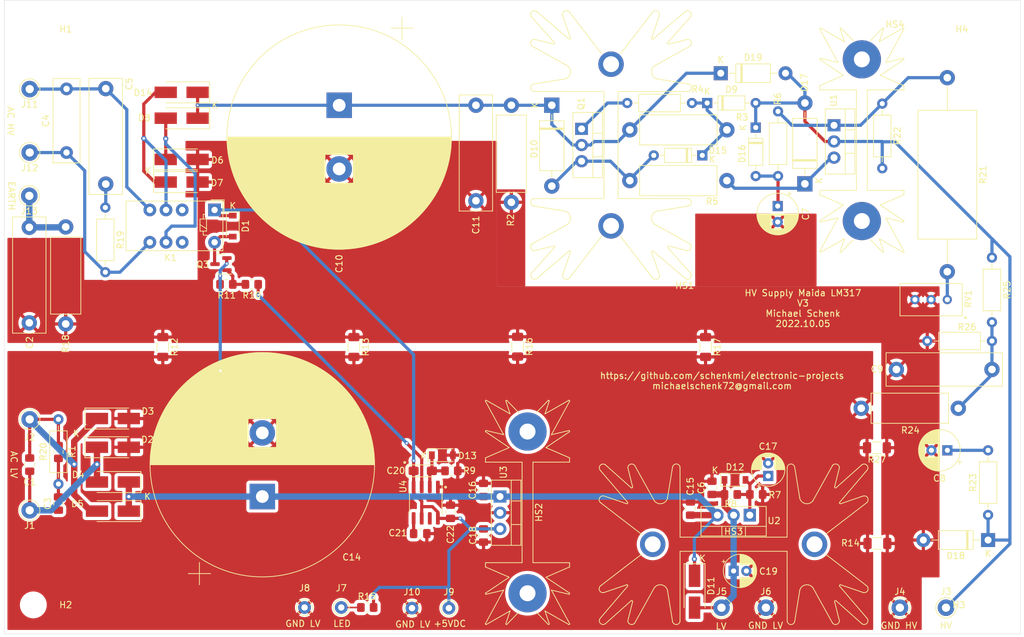
<source format=kicad_pcb>
(kicad_pcb (version 20211014) (generator pcbnew)
  (layers (0 "F.Cu" signal) (31 "B.Cu" signal) (34 "B.Paste" user) (35 "F.Paste" user) (36 "B.SilkS" user "B.Silkscreen") (37 "F.SilkS" user "F.Silkscreen") (38 "B.Mask" user) (39 "F.Mask" user) (44 "Edge.Cuts" user))
  (net 0 "")
  (net 1 "Net-(C1-Pad2)")
  (net 2 "GND_HV")
  (net 3 "Net-(C2-Pad1)")
  (net 4 "Net-(C3-Pad2)")
  (net 5 "Net-(C7-Pad1)")
  (net 6 "Net-(C10-Pad1)")
  (net 7 "GND_LV")
  (net 8 "Net-(C4-Pad1)")
  (net 9 "Net-(C14-Pad1)")
  (net 10 "Net-(C17-Pad1)")
  (net 11 "Net-(C19-Pad1)")
  (net 12 "Net-(C20-Pad2)")
  (net 13 "Net-(D14-Pad2)")
  (net 14 "Net-(Q3-Pad1)")
  (net 15 "Net-(R10-Pad2)")
  (net 16 "Net-(J7-Pad1)")
  (net 17 "Net-(C21-Pad1)")
  (net 19 "Net-(C1-Pad1)")
  (net 20 "Net-(C4-Pad2)")
  (net 21 "Net-(C5-Pad1)")
  (net 22 "+5VDC")
  (net 23 "RELCTRL")
  (net 24 "Net-(D6-Pad1)")
  (net 26 "Net-(C8-Pad1)")
  (net 27 "Net-(C9-Pad2)")
  (net 28 "Net-(D16-Pad1)")
  (net 29 "Net-(D15-Pad1)")
  (net 30 "Net-(D10-Pad2)")
  (net 31 "Net-(D17-Pad1)")
  (net 33 "Net-(Q1-Pad1)")
  (net 34 "Net-(R21-Pad1)")
  (net 35 "Net-(R21-Pad2)")
  (footprint "Capacitor_THT:CP_Radial_D35.0mm_P10.00mm_SnapIn" (layer "F.Cu") (at 102.87 69.342 -90)
    (fp_text reference "C10")
    (fp_text value "680uF/450VDC")
  )
  (footprint "Capacitor_THT:C_Rect_L18.0mm_W5.0mm_P15.00mm_FKS3_FKP3" (layer "F.Cu") (at 124.333 69.342 -90)
    (fp_text reference "C11")
    (fp_text value "100nF/630V")
  )
  (footprint "MountingHole:MountingHole_3.2mm_M3" (layer "F.Cu") (at 54.864 57.404)
    (fp_text reference "H1")
    (fp_text value "MountingHole")
  )
  (footprint "MountingHole:MountingHole_3.2mm_M3" (layer "F.Cu") (at 54.864 147.828)
    (fp_text reference "H2")
    (fp_text value "MountingHole")
  )
  (footprint "MountingHole:MountingHole_3.2mm_M3" (layer "F.Cu") (at 205.232 147.828)
    (fp_text reference "H3")
    (fp_text value "MountingHole")
  )
  (footprint "Connector_Pin:Pin_D1.3mm_L11.0mm" (layer "F.Cu") (at 198.12 148.2725)
    (fp_text reference "J3")
    (fp_text value "HV")
  )
  (footprint "Capacitor_THT:CP_Radial_D5.0mm_P2.00mm" (layer "F.Cu") (at 164.7825 142.494)
    (fp_text reference "C19")
    (fp_text value "1uF/25V")
  )
  (footprint "Capacitor_Tantalum_SMD:CP_EIA-3216-12_Kemet-S_Pad1.58x1.35mm_HandSolder" (layer "F.Cu") (at 115.9867 126.7714)
    (fp_text reference "C20")
    (fp_text value "15uF/10V")
  )
  (footprint "Diode_SMD:D_SOD-123" (layer "F.Cu") (at 119.0752 124.3076)
    (fp_text reference "D13")
    (fp_text value "1N4148W")
  )
  (footprint "Heatsink:Heatsink_Fischer_SK129-STS_42x25mm_2xDrill2.5mm" (layer "F.Cu") (at 164.7825 138.303)
    (fp_text reference "HS3")
    (fp_text value "Heatsink")
  )
  (footprint "Connector_Pin:Pin_D1.3mm_L11.0mm" (layer "F.Cu") (at 162.8775 148.2725)
    (fp_text reference "J5")
    (fp_text value "LV")
  )
  (footprint "Connector_Pin:Pin_D1.3mm_L11.0mm" (layer "F.Cu") (at 169.8498 148.2725)
    (fp_text reference "J6")
    (fp_text value "GND_LV")
  )
  (footprint "Package_TO_SOT_SMD:SOT-23" (layer "F.Cu") (at 84.312 94.2975 180)
    (fp_text reference "Q3")
    (fp_text value "MMBT3904")
  )
  (footprint "Resistor_SMD:R_0805_2012Metric_Pad1.20x1.40mm_HandSolder" (layer "F.Cu") (at 120.4816 126.7714)
    (fp_text reference "R9")
    (fp_text value "1Meg")
  )
  (footprint "Resistor_SMD:R_0805_2012Metric_Pad1.20x1.40mm_HandSolder" (layer "F.Cu") (at 89.154 97.4725)
    (fp_text reference "R10")
    (fp_text value "2.49k")
  )
  (footprint "Resistor_SMD:R_0805_2012Metric_Pad1.20x1.40mm_HandSolder" (layer "F.Cu") (at 85.1695 97.4725 180)
    (fp_text reference "R11")
    (fp_text value "2.49k")
  )
  (footprint "Resistor_SMD:R_1206_3216Metric_Pad1.30x1.75mm_HandSolder" (layer "F.Cu") (at 75.184 107.3144 -90)
    (fp_text reference "R12")
    (fp_text value "0R")
  )
  (footprint "Resistor_SMD:R_1206_3216Metric_Pad1.30x1.75mm_HandSolder" (layer "F.Cu") (at 105.1814 107.3144 -90)
    (fp_text reference "R13")
    (fp_text value "0R")
  )
  (footprint "Resistor_SMD:R_1206_3216Metric_Pad1.30x1.75mm_HandSolder" (layer "F.Cu") (at 187.351 138.176 180)
    (fp_text reference "R14")
    (fp_text value "0R")
  )
  (footprint "Package_TO_SOT_THT:TO-220-3_Vertical" (layer "F.Cu") (at 128.117037 130.81 -90)
    (fp_text reference "U3")
    (fp_text value "LM7805_TO220")
  )
  (footprint "Package_SO:SOIC-8_3.9x4.9mm_P1.27mm" (layer "F.Cu") (at 116.459 131.764 -90)
    (fp_text reference "U4")
    (fp_text value "TLC555xD")
  )
  (footprint "Resistor_SMD:R_1206_3216Metric_Pad1.30x1.75mm_HandSolder" (layer "F.Cu") (at 130.8735 107.2636 -90)
    (fp_text reference "R16")
    (fp_text value "0R")
  )
  (footprint "Resistor_SMD:R_1206_3216Metric_Pad1.30x1.75mm_HandSolder" (layer "F.Cu") (at 160.3756 107.3156 -90)
    (fp_text reference "R17")
    (fp_text value "0R")
  )
  (footprint "Connector_Pin:Pin_D1.3mm_L11.0mm" (layer "F.Cu") (at 190.881 148.2725)
    (fp_text reference "J4")
    (fp_text value "GND_HV")
  )
  (footprint "Connector_Pin:Pin_D1.0mm_L10.0mm" (layer "F.Cu") (at 103.195556 148.2344)
    (fp_text reference "J7")
    (fp_text value "LED")
  )
  (footprint "Connector_Pin:Pin_D1.0mm_L10.0mm" (layer "F.Cu") (at 97.4344 148.2344)
    (fp_text reference "J8")
    (fp_text value "GND_LV")
  )
  (footprint "Connector_Pin:Pin_D1.0mm_L10.0mm" (layer "F.Cu") (at 120.0912 148.336)
    (fp_text reference "J9")
    (fp_text value "+5V")
  )
  (footprint "Connector_Pin:Pin_D1.0mm_L10.0mm" (layer "F.Cu") (at 114.300353 148.336)
    (fp_text reference "J10")
    (fp_text value "GND_LV")
  )
  (footprint "Resistor_SMD:R_0805_2012Metric_Pad1.20x1.40mm_HandSolder" (layer "F.Cu") (at 107.275556 148.2344)
    (fp_text reference "R15")
    (fp_text value "330R")
  )
  (footprint "Capacitor_SMD:C_0805_2012Metric_Pad1.18x1.45mm_HandSolder" (layer "F.Cu") (at 125.526237 129.7725 90)
    (fp_text reference "C16")
    (fp_text value "330nF/50V")
  )
  (footprint "Capacitor_SMD:C_0805_2012Metric_Pad1.18x1.45mm_HandSolder" (layer "F.Cu") (at 125.526237 136.9275 -90)
    (fp_text reference "C18")
    (fp_text value "100nF/50V")
  )
  (footprint "Capacitor_SMD:C_0805_2012Metric_Pad1.18x1.45mm_HandSolder" (layer "F.Cu") (at 115.5915 136.6266)
    (fp_text reference "C21")
    (fp_text value "100nF/50V")
  )
  (footprint "Capacitor_SMD:C_0805_2012Metric_Pad1.18x1.45mm_HandSolder" (layer "F.Cu") (at 120.3452 133.2015 90)
    (fp_text reference "C22")
    (fp_text value "100nF/50V")
  )
  (footprint "MountingHole:MountingHole_3.2mm_M3" (layer "F.Cu") (at 205.232 57.404)
    (fp_text reference "H4")
    (fp_text value "MountingHole")
  )
  (footprint "Capacitor_THT:CP_Radial_D5.0mm_P2.00mm" (layer "F.Cu") (at 170.2054 127.5842 90)
    (fp_text reference "C17")
    (fp_text value "10uF/25V")
  )
  (footprint "Diode_SMD:D_SOD-123" (layer "F.Cu") (at 164.9974 128.1938)
    (fp_text reference "D12")
    (fp_text value "1N4148W")
  )
  (footprint "Diode_SMD:D_SMA_Handsoldering" (layer "F.Cu") (at 158.6484 145.7598 -90)
    (fp_text reference "D11")
    (fp_text value "1N4007")
  )
  (footprint "Package_TO_SOT_THT:TO-220-3_Vertical" (layer "F.Cu") (at 167.3225 133.731 180)
    (fp_text reference "U2")
    (fp_text value "LM317_TO-220")
  )
  (footprint "Resistor_SMD:R_0805_2012Metric_Pad1.20x1.40mm_HandSolder" (layer "F.Cu") (at 164.354 130.4798)
    (fp_text reference "R8")
    (fp_text value "240R")
  )
  (footprint "Resistor_SMD:R_0805_2012Metric_Pad1.20x1.40mm_HandSolder" (layer "F.Cu") (at 168.3352 130.4798)
    (fp_text reference "R7")
    (fp_text value "976R")
  )
  (footprint "Capacitor_SMD:C_0805_2012Metric_Pad1.18x1.45mm_HandSolder" (layer "F.Cu") (at 158.0134 132.6935 90)
    (fp_text reference "C15")
    (fp_text value "100nF/50V")
  )
  (footprint "Package_TO_SOT_THT:TO-220-3_Vertical" (layer "F.Cu") (at 140.9192 73.0504 -90)
    (fp_text reference "Q1")
    (fp_text value "FQPF2N70")
  )
  (footprint "Capacitor_THT:CP_Radial_D35.0mm_P10.00mm_SnapIn" (layer "F.Cu") (at 90.805 130.81 90)
    (fp_text reference "C14")
    (fp_text value "22000uF/25VDC")
  )
  (footprint "Capacitor_SMD:C_0805_2012Metric_Pad1.18x1.45mm_HandSolder" (layer "F.Cu") (at 54.2925 125.7935 90)
    (fp_text reference "C1")
    (fp_text value "Cx/10nF/50V")
  )
  (footprint "Capacitor_THT:C_Rect_L18.0mm_W5.0mm_P15.00mm_FKS3_FKP3" (layer "F.Cu") (at 54.229 88.519 -90)
    (fp_text reference "C2")
    (fp_text value "2.2nF 2kV")
  )
  (footprint "Capacitor_SMD:C_0805_2012Metric_Pad1.18x1.45mm_HandSolder" (layer "F.Cu") (at 58.801 131.911 90)
    (fp_text reference "C3")
    (fp_text value "Cs/50V")
  )
  (footprint "Capacitor_THT:C_Rect_L13.0mm_W4.0mm_P10.00mm_FKS3_FKP3_MKS4" (layer "F.Cu") (at 60.071 76.7715 90)
    (fp_text reference "C4")
    (fp_text value "Cx/10nF/630V")
  )
  (footprint "Capacitor_THT:C_Rect_L18.0mm_W5.0mm_P15.00mm_FKS3_FKP3" (layer "F.Cu") (at 66.2305 81.7245 90)
    (fp_text reference "C5")
    (fp_text value "Cs/630V")
  )
  (footprint "Capacitor_SMD:C_0805_2012Metric_Pad1.18x1.45mm_HandSolder" (layer "F.Cu") (at 161.3916 129.4423 90)
    (fp_text reference "C6")
    (fp_text value "100nF/50V")
  )
  (footprint "Diode_SMD:D_SOD-123" (layer "F.Cu") (at 86.1695 88.3275 -90)
    (fp_text reference "D1")
    (fp_text value "1N4148W")
  )
  (footprint "Diode_SMD:D_SMA_Handsoldering" (layer "F.Cu") (at 67.35 123.063)
    (fp_text reference "D2")
    (fp_text value "BYG22B-E3")
  )
  (footprint "Diode_SMD:D_SMA_Handsoldering" (layer "F.Cu") (at 67.35 118.5545)
    (fp_text reference "D3")
    (fp_text value "BYG22B-E3")
  )
  (footprint "Diode_SMD:D_SMA_Handsoldering" (layer "F.Cu") (at 67.35 128.524 180)
    (fp_text reference "D4")
    (fp_text value "BYG22B-E3")
  )
  (footprint "Diode_SMD:D_SMA_Handsoldering" (layer "F.Cu") (at 67.35 133.096 180)
    (fp_text reference "D5")
    (fp_text value "BYG22B-E3")
  )
  (footprint "Diode_SMD:D_SMA_Handsoldering" (layer "F.Cu") (at 78.145 77.851)
    (fp_text reference "D6")
    (fp_text value "BYG20J")
  )
  (footprint "Diode_SMD:D_SMA_Handsoldering" (layer "F.Cu") (at 78.145 81.407)
    (fp_text reference "D7")
    (fp_text value "BYG20J")
  )
  (footprint "Diode_SMD:D_SMA_Handsoldering" (layer "F.Cu") (at 78.145 71.374 180)
    (fp_text reference "D8")
    (fp_text value "BYG20J")
  )
  (footprint "Diode_SMD:D_SMA_Handsoldering" (layer "F.Cu") (at 78.145 67.31 180)
    (fp_text reference "D14")
    (fp_text value "BYG20J")
  )
  (footprint "Heatsink:Heatsink_Fischer_SK129-STS_42x25mm_2xDrill2.5mm" (layer "F.Cu") (at 145.542 75.5904 -90)
    (fp_text reference "HS1")
    (fp_text value "Heatsink")
  )
  (footprint "Connector_Pin:Pin_D1.3mm_L11.0mm" (layer "F.Cu") (at 54.2925 132.969)
    (fp_text reference "J1")
    (fp_text value "AC-LV")
  )
  (footprint "Connector_Pin:Pin_D1.3mm_L11.0mm" (layer "F.Cu") (at 54.2925 118.6815)
    (fp_text reference "J2")
    (fp_text value "AC-LV")
  )
  (footprint "Connector_Pin:Pin_D1.3mm_L11.0mm" (layer "F.Cu") (at 54.2925 66.802)
    (fp_text reference "J11")
    (fp_text value "AC-HV")
  )
  (footprint "Connector_Pin:Pin_D1.3mm_L11.0mm" (layer "F.Cu") (at 54.2925 76.7715)
    (fp_text reference "J12")
    (fp_text value "AC-HV")
  )
  (footprint "Connector_Pin:Pin_D1.3mm_L11.0mm" (layer "F.Cu") (at 54.229 83.566)
    (fp_text reference "J13")
    (fp_text value "EARTH")
  )
  (footprint "Relay_THT:Relay_DPDT_Omron_G6S-2" (layer "F.Cu") (at 83.312 85.7885 -90)
    (fp_text reference "K1")
    (fp_text value "G6S-2 DC5")
  )
  (footprint "Resistor_SMD:R_0805_2012Metric_Pad1.20x1.40mm_HandSolder" (layer "F.Cu") (at 58.801 123.809 90)
    (fp_text reference "R1")
    (fp_text value "Rs/1/8W")
  )
  (footprint "Resistor_THT:R_Axial_DIN0414_L11.9mm_D4.5mm_P15.24mm_Horizontal" (layer "F.Cu") (at 59.944 88.4555 -90)
    (fp_text reference "R18")
    (fp_text value "100R/2W")
  )
  (footprint "Resistor_THT:R_Axial_DIN0207_L6.3mm_D2.5mm_P10.16mm_Horizontal" (layer "F.Cu") (at 66.167 85.4075 -90)
    (fp_text reference "R19")
    (fp_text value "Rs/0.6W")
  )
  (footprint "Resistor_THT:R_Axial_DIN0207_L6.3mm_D2.5mm_P10.16mm_Horizontal" (layer "F.Cu") (at 58.801 128.8415 90)
    (fp_text reference "R20")
    (fp_text value "Rs/0.6W")
  )
  (footprint "Resistor_THT:R_Axial_DIN0922_L20.0mm_D9.0mm_P30.48mm_Horizontal" (layer "F.Cu") (at 198.3232 65.009352 -90)
    (fp_text reference "R21")
    (fp_text value "18k/5W")
  )
  (footprint "Resistor_THT:R_Axial_DIN0207_L6.3mm_D2.5mm_P10.16mm_Horizontal" (layer "F.Cu") (at 188.1124 69.088 -90)
    (fp_text reference "R22")
    (fp_text value "121R/0.6W")
  )
  (footprint "Package_TO_SOT_THT:TO-220-3_Vertical" (layer "F.Cu") (at 180.5432 72.4916 -90)
    (fp_text reference "U1")
    (fp_text value "LM317_TO-220")
  )
  (footprint "Heatsink:Heatsink_Fischer_SK104-STC-STIC_35x13mm_2xDrill2.5mm" (layer "F.Cu") (at 132.435037 133.2992 90)
    (fp_text reference "HS2")
    (fp_text value "Heatsink")
  )
  (footprint "Diode_THT:D_DO-41_SOD81_P10.16mm_Horizontal" (layer "F.Cu") (at 204.724 137.6426 180)
    (fp_text reference "D18")
    (fp_text value "1N4007")
  )
  (footprint "Resistor_THT:R_Axial_DIN0414_L11.9mm_D4.5mm_P15.24mm_Horizontal" (layer "F.Cu") (at 129.8956 69.342 -90)
    (fp_text reference "R2")
    (fp_text value "200k/2W")
  )
  (footprint "Capacitor_THT:C_Rect_L18.0mm_W5.0mm_P15.00mm_FKS3_FKP3" (layer "F.Cu") (at 190.3336 110.8456)
    (fp_text reference "C9")
    (fp_text value "100nF/630V")
  )
  (footprint "Diode_THT:D_DO-35_SOD27_P7.62mm_Horizontal" (layer "F.Cu") (at 168.2496 72.8472 -90)
    (fp_text reference "D16")
    (fp_text value "1N4148")
  )
  (footprint "Resistor_THT:R_Axial_DIN0414_L11.9mm_D4.5mm_P15.24mm_Horizontal" (layer "F.Cu") (at 148.4884 73.2028)
    (fp_text reference "R3")
    (fp_text value "100k/2W")
  )
  (footprint "Resistor_THT:R_Axial_DIN0414_L11.9mm_D4.5mm_P15.24mm_Horizontal" (layer "F.Cu") (at 148.4884 81.1784)
    (fp_text reference "R5")
    (fp_text value "100R/2W")
  )
  (footprint "Potentiometer_THT:Potentiometer_Bourns_3296W_Vertical" (layer "F.Cu") (at 198.3232 99.8728)
    (fp_text reference "RV1")
    (fp_text value "2k")
  )
  (footprint "Resistor_THT:R_Axial_DIN0207_L6.3mm_D2.5mm_P10.16mm_Horizontal" (layer "F.Cu") (at 148.082 68.9864)
    (fp_text reference "R4")
    (fp_text value "100R/0.6W")
  )
  (footprint "Capacitor_THT:CP_Radial_D6.3mm_P2.50mm" (layer "F.Cu") (at 198.334 123.5456 180)
    (fp_text reference "C8")
    (fp_text value "1uF/400V")
  )
  (footprint "Diode_THT:D_DO-35_SOD27_P7.62mm_Horizontal" (layer "F.Cu") (at 159.8676 77.216 180)
    (fp_text reference "D15")
    (fp_text value "1N5245B/15V/0.5W")
  )
  (footprint "Diode_THT:D_DO-15_P12.70mm_Horizontal" (layer "F.Cu") (at 175.9712 81.6864 90)
    (fp_text reference "D17")
    (fp_text value "P6KE27A")
  )
  (footprint "Diode_THT:D_DO-35_SOD27_P7.62mm_Horizontal" (layer "F.Cu") (at 160.6296 68.9864)
    (fp_text reference "D9")
    (fp_text value "1N5245B/15V/0.5W")
  )
  (footprint "Resistor_THT:R_Axial_DIN0207_L6.3mm_D2.5mm_P10.16mm_Horizontal" (layer "F.Cu") (at 204.724 133.7056 90)
    (fp_text reference "R23")
    (fp_text value "2.7R/1W")
  )
  (footprint "Resistor_THT:R_Axial_DIN0207_L6.3mm_D2.5mm_P10.16mm_Horizontal" (layer "F.Cu") (at 205.3336 106.3752 180)
    (fp_text reference "R26")
    (fp_text value "100k/0.6W")
  )
  (footprint "Diode_THT:D_DO-15_P12.70mm_Horizontal" (layer "F.Cu") (at 136.2456 69.342 -90)
    (fp_text reference "D10")
    (fp_text value "P6KE530A")
  )
  (footprint "Diode_THT:D_DO-41_SOD81_P10.16mm_Horizontal" (layer "F.Cu") (at 162.7632 64.3128)
    (fp_text reference "D19")
    (fp_text value "1N4007")
  )
  (footprint "Resistor_THT:R_Axial_DIN0207_L6.3mm_D2.5mm_P10.16mm_Horizontal" (layer "F.Cu") (at 171.7548 80.4672 90)
    (fp_text reference "R6")
    (fp_text value "121R/0.6W")
  )
  (footprint "Capacitor_THT:CP_Radial_D6.3mm_P2.50mm" (layer "F.Cu") (at 171.704 85.177621 -90)
    (fp_text reference "C7")
    (fp_text value "1uF/400V")
  )
  (footprint "Resistor_SMD:R_1206_3216Metric_Pad1.30x1.75mm_HandSolder" (layer "F.Cu") (at 187.2736 123.1392 180)
    (fp_text reference "R27")
    (fp_text value "0R")
  )
  (footprint "Resistor_THT:R_Axial_DIN0414_L11.9mm_D4.5mm_P15.24mm_Horizontal" (layer "F.Cu") (at 184.8104 116.9416)
    (fp_text reference "R24")
    (fp_text value "100R/2W")
  )
  (footprint "Heatsink:Heatsink_Fischer_SK104-STC-STIC_35x13mm_2xDrill2.5mm" (layer "F.Cu") (at 184.912 74.8284 -90)
    (fp_text reference "HS4")
    (fp_text value "Heatsink")
  )
  (footprint "Resistor_THT:R_Axial_DIN0207_L6.3mm_D2.5mm_P10.16mm_Horizontal" (layer "F.Cu") (at 205.3336 93.2688 -90)
    (fp_text reference "R25")
    (fp_text value "300k/0.6W")
  )
  (gr_line (start 50.292 52.832) (end 50.292 152.4) (layer "Edge.Cuts") (width 0.05))
  (gr_line (start 209.804 52.832) (end 50.292 52.832) (layer "Edge.Cuts") (width 0.05))
  (gr_line (start 50.292 152.4) (end 209.804 152.4) (layer "Edge.Cuts") (width 0.05))
  (gr_line (start 209.804 152.4) (end 209.804 52.832) (layer "Edge.Cuts") (width 0.05))
  (gr_text "HV" (at 198.12 151.0665) (layer "F.SilkS") (effects (font (size 1 1))))
  (gr_text "LV" (at 162.814 151.1935) (layer "F.SilkS") (effects (font (size 1 1))))
  (gr_text "GND LV" (at 114.427353 150.876) (layer "F.SilkS") (effects (font (size 1 1))))
  (gr_text "GND LV" (at 97.1804 150.7744) (layer "F.SilkS") (effects (font (size 1 1))))
  (gr_text "+5VDC" (at 120.241959 150.7744) (layer "F.SilkS") (effects (font (size 1 1))))
  (gr_text "LED" (at 103.322556 150.7744) (layer "F.SilkS") (effects (font (size 1 1))))
  (gr_text "AC LV" (at 51.816 125.7935 270) (layer "F.SilkS") (effects (font (size 1 1))))
  (gr_text "AC HV" (at 51.308 71.8185 270) (layer "F.SilkS") (effects (font (size 1 1))))
  (gr_text "EARTH" (at 51.435 83.566 -90) (layer "F.SilkS") (effects (font (size 1 1))))
  (gr_text "GND HV" (at 190.754 151.0665) (layer "F.SilkS") (effects (font (size 1 1))))
  (gr_text "K" (at 72.898 79.629) (layer "F.SilkS") (effects (font (size 1 1))))
  (gr_text "K" (at 61.595 120.904) (layer "F.SilkS") (effects (font (size 1 1))))
  (gr_text "K" (at 72.771 130.81) (layer "F.SilkS") (effects (font (size 1 1))))
  (gr_text "K" (at 116.1415 124.333) (layer "F.SilkS") (effects (font (size 1 1))))
  (gr_text "K" (at 159.893 140.5255) (layer "F.SilkS") (effects (font (size 1 1))))
  (gr_text "K" (at 161.8615 126.6825) (layer "F.SilkS") (effects (font (size 1 1))))
  (gr_text "GND LV" (at 169.799 151.0665) (layer "F.SilkS") (effects (font (size 1 1))))
  (gr_text "K" (at 86.1695 85.1535) (layer "F.SilkS") (effects (font (size 1 1))))
  (gr_text "°" (at 113.157 125.857) (layer "F.SilkS") (effects (font (size 1 1))))
  (gr_text "°" (at 201.168 103.124) (layer "F.SilkS") (effects (font (size 1 1))))
  (gr_text "K" (at 83.3755 69.342) (layer "F.SilkS") (effects (font (size 1 1))))
  (gr_text "°" (at 119.5705 129.7305) (layer "F.SilkS") (effects (font (size 1 1))))
  (gr_text "HV Supply Maida LM317\nV3\nMichael Schenk\n2022.10.05\n" (at 175.6664 101.2444) (layer "F.SilkS") (effects (font (size 1 1))))
  (gr_text "https://github.com/schenkmi/electronic-projects\nmichaelschenk72@gmail.com" (at 162.9664 112.6236) (layer "F.SilkS") (effects (font (size 1 1))))
  (segment (start 61.2775 125.73) (end 61.2775 122.127) (width 1) (layer "F.Cu") (net 1))
  (segment (start 58.801 118.6815) (end 54.2925 118.6815) (width 0.5) (layer "F.Cu") (net 1))
  (segment (start 61.2775 130.4925) (end 61.2775 125.73) (width 1) (layer "F.Cu") (net 1))
  (segment (start 63.881 133.096) (end 61.2775 130.4925) (width 1) (layer "F.Cu") (net 1))
  (segment (start 61.2775 122.127) (end 64.85 118.5545) (width 1) (layer "F.Cu") (net 1))
  (segment (start 54.2925 124.756) (end 54.2925 118.6815) (width 0.5) (layer "F.Cu") (net 1))
  (segment (start 58.801 122.809) (end 58.801 118.6815) (width 0.5) (layer "F.Cu") (net 1))
  (via (at 61.2775 125.73) (size 1) (drill 0.5) (layers "F.Cu" "B.Cu") (net 1))
  (segment (start 54.2925 118.745) (end 61.2775 125.73) (width 1) (layer "B.Cu") (net 1))
  (segment (start 54.229 88.519) (end 59.8805 88.519) (width 1) (layer "B.Cu") (net 3))
  (segment (start 54.229 83.566) (end 54.229 88.519) (width 1) (layer "B.Cu") (net 3))
  (segment (start 58.801 128.8415) (end 58.801 124.809) (width 0.5) (layer "F.Cu") (net 4))
  (segment (start 58.801 130.8735) (end 58.801 128.8415) (width 0.5) (layer "F.Cu") (net 4))
  (segment (start 171.7548 80.4672) (end 171.7548 85.126821) (width 0.5) (layer "F.Cu") (net 5))
  (segment (start 168.2496 80.4672) (end 171.7548 80.4672) (width 0.5) (layer "B.Cu") (net 5))
  (segment (start 80.645 67.31) (end 80.645 71.374) (width 0.5) (layer "F.Cu") (net 6))
  (via (at 80.645 69.342) (size 0.6) (drill 0.3) (layers "F.Cu" "B.Cu") (net 6))
  (segment (start 142.875618 75.038982) (end 146.652218 75.038982) (width 0.5) (layer "B.Cu") (net 6))
  (segment (start 102.87 69.342) (end 80.645 69.342) (width 0.5) (layer "B.Cu") (net 6))
  (segment (start 142.3242 75.5904) (end 142.875618 75.038982) (width 0.5) (layer "B.Cu") (net 6))
  (segment (start 136.2456 72.3218) (end 136.2456 69.342) (width 0.5) (layer "B.Cu") (net 6))
  (segment (start 162.7632 64.3128) (end 157.3784 64.3128) (width 0.5) (layer "B.Cu") (net 6))
  (segment (start 102.87 69.342) (end 124.333 69.342) (width 0.5) (layer "B.Cu") (net 6))
  (segment (start 140.9192 75.5904) (end 142.3242 75.5904) (width 0.5) (layer "B.Cu") (net 6))
  (segment (start 146.652218 75.038982) (end 148.4884 73.2028) (width 0.5) (layer "B.Cu") (net 6))
  (segment (start 139.5142 75.5904) (end 136.2456 72.3218) (width 0.5) (layer "B.Cu") (net 6))
  (segment (start 124.333 69.342) (end 129.8956 69.342) (width 0.5) (layer "B.Cu") (net 6))
  (segment (start 140.9192 75.5904) (end 139.5142 75.5904) (width 0.5) (layer "B.Cu") (net 6))
  (segment (start 157.3784 64.3128) (end 148.4884 73.2028) (width 0.5) (layer "B.Cu") (net 6))
  (segment (start 129.8956 69.342) (end 136.2456 69.342) (width 0.5) (layer "B.Cu") (net 6))
  (segment (start 84.1695 96.1705) (end 84.201 96.139) (width 0.5) (layer "F.Cu") (net 7))
  (segment (start 85.217 94.234) (end 85.217 93.38) (width 0.5) (layer "F.Cu") (net 7))
  (segment (start 84.1695 97.4725) (end 84.1695 96.1705) (width 0.5) (layer "F.Cu") (net 7))
  (via (at 84.201 96.139) (size 0.6) (drill 0.3) (layers "F.Cu" "B.Cu") (net 7))
  (via (at 85.217 94.234) (size 0.6) (drill 0.3) (layers "F.Cu" "B.Cu") (net 7))
  (via (at 84.2264 111.0488) (size 0.8) (drill 0.4) (layers "F.Cu" "B.Cu") (net 7))
  (segment (start 84.201 96.139) (end 84.201 111.0234) (width 0.5) (layer "B.Cu") (net 7))
  (segment (start 84.201 96.139) (end 84.201 95.25) (width 0.5) (layer "B.Cu") (net 7))
  (segment (start 84.201 111.0234) (end 84.2264 111.0488) (width 0.5) (layer "B.Cu") (net 7))
  (segment (start 84.201 95.25) (end 85.217 94.234) (width 0.5) (layer "B.Cu") (net 7))
  (segment (start 62.9285 92.329) (end 66.167 95.5675) (width 0.5) (layer "B.Cu") (net 8))
  (segment (start 68.453 95.5675) (end 73.152 90.8685) (width 0.5) (layer "B.Cu") (net 8))
  (segment (start 62.9285 79.629) (end 62.9285 92.329) (width 0.5) (layer "B.Cu") (net 8))
  (segment (start 66.167 95.5675) (end 68.453 95.5675) (width 0.5) (layer "B.Cu") (net 8))
  (segment (start 54.2925 76.7715) (end 60.071 76.7715) (width 0.5) (layer "B.Cu") (net 8))
  (segment (start 60.071 76.7715) (end 62.9285 79.629) (width 0.5) (layer "B.Cu") (net 8))
  (segment (start 158.6484 143.2598) (end 158.6484 140.6398) (width 0.5) (layer "F.Cu") (net 9))
  (segment (start 69.85 133.096) (end 69.85 130.81) (width 1) (layer "F.Cu") (net 9))
  (segment (start 162.2425 133.731) (end 158.0134 133.731) (width 1) (layer "F.Cu") (net 9))
  (segment (start 158.6484 140.6398) (end 158.623 140.6144) (width 0.5) (layer "F.Cu") (net 9))
  (segment (start 69.85 130.81) (end 69.85 128.524) (width 1) (layer "F.Cu") (net 9))
  (segment (start 128.117037 130.81) (end 125.526237 130.81) (width 0.5) (layer "F.Cu") (net 9))
  (via (at 69.85 130.81) (size 1) (drill 0.5) (layers "F.Cu" "B.Cu") (net 9))
  (via (at 158.623 140.6144) (size 0.8) (drill 0.4) (layers "F.Cu" "B.Cu") (net 9))
  (segment (start 130.7084 130.81) (end 90.805 130.81) (width 1) (layer "B.Cu") (net 9))
  (segment (start 130.7084 130.81) (end 159.3215 130.81) (width 1) (layer "B.Cu") (net 9))
  (segment (start 158.623 140.6144) (end 158.623 137.3505) (width 0.5) (layer "B.Cu") (net 9))
  (segment (start 158.623 137.3505) (end 162.2425 133.731) (width 0.5) (layer "B.Cu") (net 9))
  (segment (start 90.805 130.81) (end 69.85 130.81) (width 1) (layer "B.Cu") (net 9))
  (segment (start 159.3215 130.81) (end 162.2425 133.731) (width 1) (layer "B.Cu") (net 9))
  (segment (start 167.3352 130.4798) (end 165.354 130.4798) (width 0.5) (layer "F.Cu") (net 10))
  (segment (start 167.3352 130.4798) (end 167.3352 128.8816) (width 0.5) (layer "F.Cu") (net 10))
  (segment (start 170.2054 127.5842) (end 168.6326 127.5842) (width 0.5) (layer "F.Cu") (net 10))
  (segment (start 167.3352 128.8816) (end 166.6474 128.1938) (width 0.5) (layer "F.Cu") (net 10))
  (segment (start 168.6326 127.5842) (end 167.3352 128.8816) (width 0.5) (layer "F.Cu") (net 10))
  (segment (start 167.3225 133.731) (end 167.3225 130.4925) (width 0.5) (layer "F.Cu") (net 10))
  (segment (start 162.8775 148.2725) (end 158.6611 148.2725) (width 0.5) (layer "F.Cu") (net 11))
  (segment (start 163.354 130.4798) (end 163.354 132.3025) (width 1) (layer "F.Cu") (net 11))
  (segment (start 163.354 130.4798) (end 163.354 128.2004) (width 0.5) (layer "F.Cu") (net 11))
  (segment (start 163.354 130.4798) (end 161.3916 130.4798) (width 1) (layer "F.Cu") (net 11))
  (segment (start 163.354 132.3025) (end 164.7825 133.731) (width 1) (layer "F.Cu") (net 11))
  (segment (start 164.7825 146.3675) (end 162.8775 148.2725) (width 1) (layer "B.Cu") (net 11))
  (segment (start 164.7825 142.494) (end 164.7825 146.3675) (width 1) (layer "B.Cu") (net 11))
  (segment (start 164.7825 133.731) (end 164.7825 142.494) (width 1) (layer "B.Cu") (net 11))
  (segment (start 117.094 129.289) (end 117.094 127.1016) (width 0.5) (layer "F.Cu") (net 12))
  (segment (start 119.4816 126.7714) (end 117.4242 126.7714) (width 0.5) (layer "F.Cu") (net 12))
  (segment (start 117.4242 126.7714) (end 117.4242 124.3086) (width 0.5) (layer "F.Cu") (net 12))
  (segment (start 74.041 67.31) (end 75.645 67.31) (width 0.5) (layer "F.Cu") (net 13))
  (segment (start 73.914 81.407) (end 72.1995 79.6925) (width 0.5) (layer "F.Cu") (net 13))
  (segment (start 72.1995 74.549) (end 72.1995 69.1515) (width 0.5) (layer "F.Cu") (net 13))
  (segment (start 75.645 81.407) (end 73.914 81.407) (width 0.5) (layer "F.Cu") (net 13))
  (segment (start 72.1995 79.6925) (end 72.1995 74.549) (width 0.5) (layer "F.Cu") (net 13))
  (segment (start 72.1995 69.1515) (end 74.041 67.31) (width 0.5) (layer "F.Cu") (net 13))
  (via (at 72.1995 74.549) (size 0.8) (drill 0.4) (layers "F.Cu" "B.Cu") (net 13))
  (segment (start 75.692 78.0415) (end 72.1995 74.549) (width 0.5) (layer "B.Cu") (net 13))
  (segment (start 75.692 85.7885) (end 75.692 78.0415) (width 0.5) (layer "B.Cu") (net 13))
  (segment (start 86.1695 96.1675) (end 85.2495 95.2475) (width 0.5) (layer "F.Cu") (net 14))
  (segment (start 88.154 97.4725) (end 86.1695 97.4725) (width 0.5) (layer "F.Cu") (net 14))
  (segment (start 86.1695 97.4725) (end 86.1695 96.1675) (width 0.5) (layer "F.Cu") (net 14))
  (segment (start 113.4745 122.428) (end 115.824 124.7775) (width 0.5) (layer "F.Cu") (net 15))
  (segment (start 90.154 97.4725) (end 90.154 99.1075) (width 0.5) (layer "F.Cu") (net 15))
  (segment (start 115.824 124.7775) (end 115.824 129.289) (width 0.5) (layer "F.Cu") (net 15))
  (segment (start 90.154 99.1075) (end 90.17 99.1235) (width 0.5) (layer "F.Cu") (net 15))
  (via (at 90.17 99.1235) (size 0.6) (drill 0.3) (layers "F.Cu" "B.Cu") (net 15))
  (via (at 113.4745 122.428) (size 0.6) (drill 0.3) (layers "F.Cu" "B.Cu") (net 15))
  (segment (start 90.17 99.1235) (end 113.4745 122.428) (width 0.5) (layer "B.Cu") (net 15))
  (segment (start 106.275556 148.2344) (end 103.195556 148.2344) (width 0.25) (layer "F.Cu") (net 16))
  (segment (start 114.554 136.6266) (end 114.554 134.239) (width 0.5) (layer "F.Cu") (net 17))
  (segment (start 64.85 123.063) (end 64.85 125.7465) (width 1) (layer "F.Cu") (net 19))
  (segment (start 54.2925 126.831) (end 54.2925 132.969) (width 0.5) (layer "F.Cu") (net 19))
  (segment (start 64.85 125.7465) (end 64.85 128.524) (width 1) (layer "F.Cu") (net 19))
  (segment (start 54.2925 132.969) (end 58.7805 132.969) (width 0.5) (layer "F.Cu") (net 19))
  (via (at 64.85 125.7465) (size 1) (drill 0.5) (layers "F.Cu" "B.Cu") (net 19))
  (segment (start 54.2925 132.969) (end 57.6275 132.969) (width 1) (layer "B.Cu") (net 19))
  (segment (start 57.6275 132.969) (end 64.85 125.7465) (width 1) (layer "B.Cu") (net 19))
  (segment (start 54.2925 66.802) (end 60.0405 66.802) (width 0.5) (layer "B.Cu") (net 20))
  (segment (start 69.5325 70.0265) (end 66.2305 66.7245) (width 0.5) (layer "B.Cu") (net 20))
  (segment (start 73.152 85.7885) (end 69.5325 82.169) (width 0.5) (layer "B.Cu") (net 20))
  (segment (start 60.071 66.7715) (end 66.1835 66.7715) (width 0.5) (layer "B.Cu") (net 20))
  (segment (start 69.5325 82.169) (end 69.5325 70.0265) (width 0.5) (layer "B.Cu") (net 20))
  (segment (start 66.2305 81.7245) (end 66.2305 85.344) (width 0.5) (layer "B.Cu") (net 21))
  (segment (start 118.364 134.239) (end 118.364 133.264) (width 0.5) (layer "F.Cu") (net 22))
  (segment (start 114.554 130.264) (end 115.824 131.534) (width 0.5) (layer "F.Cu") (net 22))
  (segment (start 108.262856 146.685) (end 108.262856 148.2217) (width 0.5) (layer "F.Cu") (net 22))
  (segment (start 114.5492 126.7714) (end 114.5492 125.1633) (width 0.5) (layer "F.Cu") (net 22))
  (segment (start 115.824 131.534) (end 115.824 132.3975) (width 0.5) (layer "F.Cu") (net 22))
  (segment (start 115.824 132.3975) (end 115.824 134.239) (width 0.5) (layer "F.Cu") (net 22))
  (segment (start 114.554 129.289) (end 114.554 126.7762) (width 0.5) (layer "F.Cu") (net 22))
  (segment (start 114.5492 125.1633) (end 114.554 125.1585) (width 0.5) (layer "F.Cu") (net 22))
  (segment (start 118.364 133.264) (end 117.4975 132.3975) (width 0.5) (layer "F.Cu") (net 22))
  (segment (start 128.117037 135.89) (end 125.526237 135.89) (width 0.5) (layer "F.Cu") (net 22))
  (segment (start 120.3452 134.239) (end 118.364 134.239) (width 0.5) (layer "F.Cu") (net 22))
  (segment (start 114.554 129.289) (end 114.554 130.264) (width 0.5) (layer "F.Cu") (net 22))
  (segment (start 84.201 86.6775) (end 83.312 85.7885) (width 0.5) (layer "F.Cu") (net 22))
  (segment (start 117.4975 132.3975) (end 115.824 132.3975) (width 0.5) (layer "F.Cu") (net 22))
  (segment (start 86.1695 86.6775) (end 84.201 86.6775) (width 0.5) (layer "F.Cu") (net 22))
  (segment (start 120.3452 134.239) (end 121.8565 134.239) (width 0.5) (layer "F.Cu") (net 22))
  (via (at 114.554 125.1585) (size 0.6) (drill 0.3) (layers "F.Cu" "B.Cu") (net 22))
  (via (at 108.262856 146.685) (size 0.6) (drill 0.3) (layers "F.Cu" "B.Cu") (net 22))
  (via (at 121.8565 134.239) (size 0.6) (drill 0.3) (layers "F.Cu" "B.Cu") (net 22))
  (segment (start 120.0912 139.3063) (end 123.5075 135.89) (width 0.5) (layer "B.Cu") (net 22))
  (segment (start 114.554 108.5215) (end 114.554 125.1585) (width 0.5) (layer "B.Cu") (net 22))
  (segment (start 109.1692 145.0848) (end 120.0404 145.0848) (width 0.5) (layer "B.Cu") (net 22))
  (segment (start 120.0404 145.0848) (end 120.0912 145.1356) (width 0.5) (layer "B.Cu") (net 22))
  (segment (start 123.5075 135.89) (end 128.117037 135.89) (width 0.5) (layer "B.Cu") (net 22))
  (segment (start 121.8565 134.239) (end 123.5075 135.89) (width 0.5) (layer "B.Cu") (net 22))
  (segment (start 91.821 85.7885) (end 114.554 108.5215) (width 0.5) (layer "B.Cu") (net 22))
  (segment (start 108.262856 146.685) (end 108.262856 145.991144) (width 0.5) (layer "B.Cu") (net 22))
  (segment (start 83.312 85.7885) (end 91.821 85.7885) (width 0.5) (layer "B.Cu") (net 22))
  (segment (start 120.0912 145.1356) (end 120.0912 139.3063) (width 0.5) (layer "B.Cu") (net 22))
  (segment (start 108.262856 145.991144) (end 109.1692 145.0848) (width 0.5) (layer "B.Cu") (net 22))
  (segment (start 120.0912 148.336) (end 120.0912 145.1356) (width 0.5) (layer "B.Cu") (net 22))
  (segment (start 84.203 89.9775) (end 83.312 90.8685) (width 0.5) (layer "F.Cu") (net 23))
  (segment (start 83.312 94.2975) (end 83.312 90.8685) (width 0.5) (layer "F.Cu") (net 23))
  (segment (start 86.1695 89.9775) (end 84.203 89.9775) (width 0.5) (layer "F.Cu") (net 23))
  (segment (start 75.645 74.596) (end 75.645 71.374) (width 0.5) (layer "F.Cu") (net 24))
  (segment (start 75.645 77.851) (end 75.645 74.596) (width 0.5) (layer "F.Cu") (net 24))
  (via (at 75.645 74.596) (size 0.8) (drill 0.4) (layers "F.Cu" "B.Cu") (net 24))
  (segment (start 75.692 90.8685) (end 75.692 89.2175) (width 0.5) (layer "B.Cu") (net 24))
  (segment (start 75.692 89.2175) (end 76.581 88.3285) (width 0.5) (layer "B.Cu") (net 24))
  (segment (start 80.264 88.3285) (end 80.264 80.040502) (width 0.5) (layer "B.Cu") (net 24))
  (segment (start 80.264 80.040502) (end 75.645 75.421502) (width 0.5) (layer "B.Cu") (net 24))
  (segment (start 75.645 75.421502) (end 75.645 74.596) (width 0.5) (layer "B.Cu") (net 24))
  (segment (start 76.581 88.3285) (end 80.264 88.3285) (width 0.5) (layer "B.Cu") (net 24))
  (segment (start 204.724 123.5456) (end 198.334 123.5456) (width 0.5) (layer "B.Cu") (net 26))
  (segment (start 205.3336 106.3752) (end 205.3336 110.8456) (width 0.5) (layer "B.Cu") (net 27))
  (segment (start 200.0504 116.9416) (end 205.3336 111.6584) (width 0.5) (layer "B.Cu") (net 27))
  (segment (start 205.3336 103.4288) (end 205.3336 106.3752) (width 0.5) (layer "B.Cu") (net 27))
  (segment (start 180.5432 75.0316) (end 179.1382 75.0316) (width 0.5) (layer "F.Cu") (net 28))
  (segment (start 175.9712 71.8646) (end 175.9712 68.9864) (width 0.5) (layer "F.Cu") (net 28))
  (segment (start 179.1382 75.0316) (end 175.9712 71.8646) (width 0.5) (layer "F.Cu") (net 28))
  (segment (start 175.9712 68.9864) (end 168.2496 68.9864) (width 0.5) (layer "B.Cu") (net 28))
  (segment (start 188.1124 79.248) (end 188.1124 75.0824) (width 0.5) (layer "B.Cu") (net 28))
  (segment (start 208.153 138.2395) (end 198.12 148.2725) (width 0.5) (layer "B.Cu") (net 28))
  (segment (start 205.3336 93.2688) (end 205.3336 90.6272) (width 0.5) (layer "B.Cu") (net 28))
  (segment (start 208.153 137.541) (end 208.153 93.1418) (width 0.5) (layer "B.Cu") (net 28))
  (segment (start 204.724 137.6426) (end 204.724 133.7056) (width 0.5) (layer "B.Cu") (net 28))
  (segment (start 208.153 137.541) (end 208.153 138.2395) (width 0.5) (layer "B.Cu") (net 28))
  (segment (start 208.0514 137.6426) (end 208.153 137.541) (width 0.5) (layer "B.Cu") (net 28))
  (segment (start 205.3336 90.6272) (end 205.486 90.4748) (width 0.5) (layer "B.Cu") (net 28))
  (segment (start 180.5432 75.0316) (end 188.0616 75.0316) (width 0.5) (layer "B.Cu") (net 28))
  (segment (start 175.9712 68.9864) (end 175.9712 67.056) (width 0.5) (layer "B.Cu") (net 28))
  (segment (start 190.0936 75.0824) (end 188.1124 75.0824) (width 0.5) (layer "B.Cu") (net 28))
  (segment (start 175.9712 67.056) (end 173.228 64.3128) (width 0.5) (layer "B.Cu") (net 28))
  (segment (start 205.486 90.4748) (end 190.0936 75.0824) (width 0.5) (layer "B.Cu") (net 28))
  (segment (start 204.724 137.6426) (end 208.0514 137.6426) (width 0.5) (layer "B.Cu") (net 28))
  (segment (start 188.1124 75.0824) (end 188.0616 75.0316) (width 0.5) (layer "B.Cu") (net 28))
  (segment (start 168.2496 68.9864) (end 168.2496 72.8472) (width 0.5) (layer "B.Cu") (net 28))
  (segment (start 208.153 93.1418) (end 205.486 90.4748) (width 0.5) (layer "B.Cu") (net 28))
  (segment (start 160.6296 70.104) (end 160.6296 68.9864) (width 0.5) (layer "B.Cu") (net 29))
  (segment (start 159.8676 77.0636) (end 163.7284 73.2028) (width 0.5) (layer "B.Cu") (net 29))
  (segment (start 163.7284 73.2028) (end 160.6296 70.104) (width 0.5) (layer "B.Cu") (net 29))
  (segment (start 158.242 68.9864) (end 160.6296 68.9864) (width 0.5) (layer "B.Cu") (net 29))
  (segment (start 140.1572 78.1304) (end 136.2456 82.042) (width 0.5) (layer "B.Cu") (net 30))
  (segment (start 140.9192 78.1304) (end 140.1572 78.1304) (width 0.5) (layer "B.Cu") (net 30))
  (segment (start 145.4404 78.1304) (end 148.4884 81.1784) (width 0.5) (layer "B.Cu") (net 30))
  (segment (start 152.2476 77.216) (end 148.4884 80.9752) (width 0.5) (layer "B.Cu") (net 30))
  (segment (start 140.9192 78.1304) (end 145.4404 78.1304) (width 0.5) (layer "B.Cu") (net 30))
  (segment (start 175.9712 81.6864) (end 180.086 77.5716) (width 0.5) (layer "B.Cu") (net 31))
  (segment (start 164.9284 82.3784) (end 175.2792 82.3784) (width 0.5) (layer "B.Cu") (net 31))
  (segment (start 163.7284 81.1784) (end 164.9284 82.3784) (width 0.5) (layer "B.Cu") (net 31))
  (segment (start 148.082 68.9864) (end 144.9832 68.9864) (width 0.5) (layer "B.Cu") (net 33))
  (segment (start 144.9832 68.9864) (end 140.9192 73.0504) (width 0.5) (layer "B.Cu") (net 33))
  (segment (start 180.5432 72.4916) (end 173.9392 72.4916) (width 0.5) (layer "B.Cu") (net 34))
  (segment (start 184.7088 72.4916) (end 188.1124 69.088) (width 0.5) (layer "B.Cu") (net 34))
  (segment (start 198.3232 65.009352) (end 192.191048 65.009352) (width 0.5) (layer "B.Cu") (net 34))
  (segment (start 192.191048 65.009352) (end 188.1124 69.088) (width 0.5) (layer "B.Cu") (net 34))
  (segment (start 173.9392 72.4916) (end 171.7548 70.3072) (width 0.5) (layer "B.Cu") (net 34))
  (segment (start 180.5432 72.4916) (end 184.7088 72.4916) (width 0.5) (layer "B.Cu") (net 34))
  (segment (start 198.3232 99.8728) (end 198.3232 95.489352) (width 0.5) (layer "B.Cu") (net 35))
  (zone (net 2) (net_name "GND_HV") (layer "F.Cu") (connect_pads (clearance 0.508)) (min_thickness 0.254) (fill yes (thermal_gap 0.508) (thermal_bridge_width 0.508))
    (polygon (pts (xy 177.8 97.79) (xy 158.75 97.79) (xy 158.75 86.36) (xy 177.8 86.36)))
  )
  (zone (net 7) (net_name "GND_LV") (layer "F.Cu") (connect_pads (clearance 0.508)) (min_thickness 0.254) (fill yes (thermal_gap 0.508) (thermal_bridge_width 0.508))
    (polygon (pts (xy 186.69 151.765) (xy 50.8 151.765) (xy 50.8 107.95) (xy 186.69 107.95)))
  )
  (zone (net 2) (net_name "GND_HV") (layer "F.Cu") (connect_pads (clearance 0.508)) (min_thickness 0.254) (fill yes (thermal_gap 0.508) (thermal_bridge_width 0.508))
    (polygon (pts (xy 127.635 97.79) (xy 197.104 97.79) (xy 197.104 143.51) (xy 194.31 143.51) (xy 194.31 151.765) (xy 187.96 151.765) (xy 187.96 106.68) (xy 50.8 106.68) (xy 50.8 90.17) (xy 62.865 90.17) (xy 62.865 96.774) (xy 80.645 96.774) (xy 80.645 83.82) (xy 78.74 83.82) (xy 78.74 74.93) (xy 127.635 74.93)))
  )
  (zone (net 2) (net_name "GND_HV") (layer "F.Cu") (connect_pads (clearance 0.508)) (min_thickness 0.254) (fill yes (thermal_gap 0.508) (thermal_bridge_width 0.508))
    (polygon (pts (xy 132.08 97.79) (xy 127.635 97.79) (xy 127.635 82.55) (xy 132.08 82.55)))
  )
)
</source>
